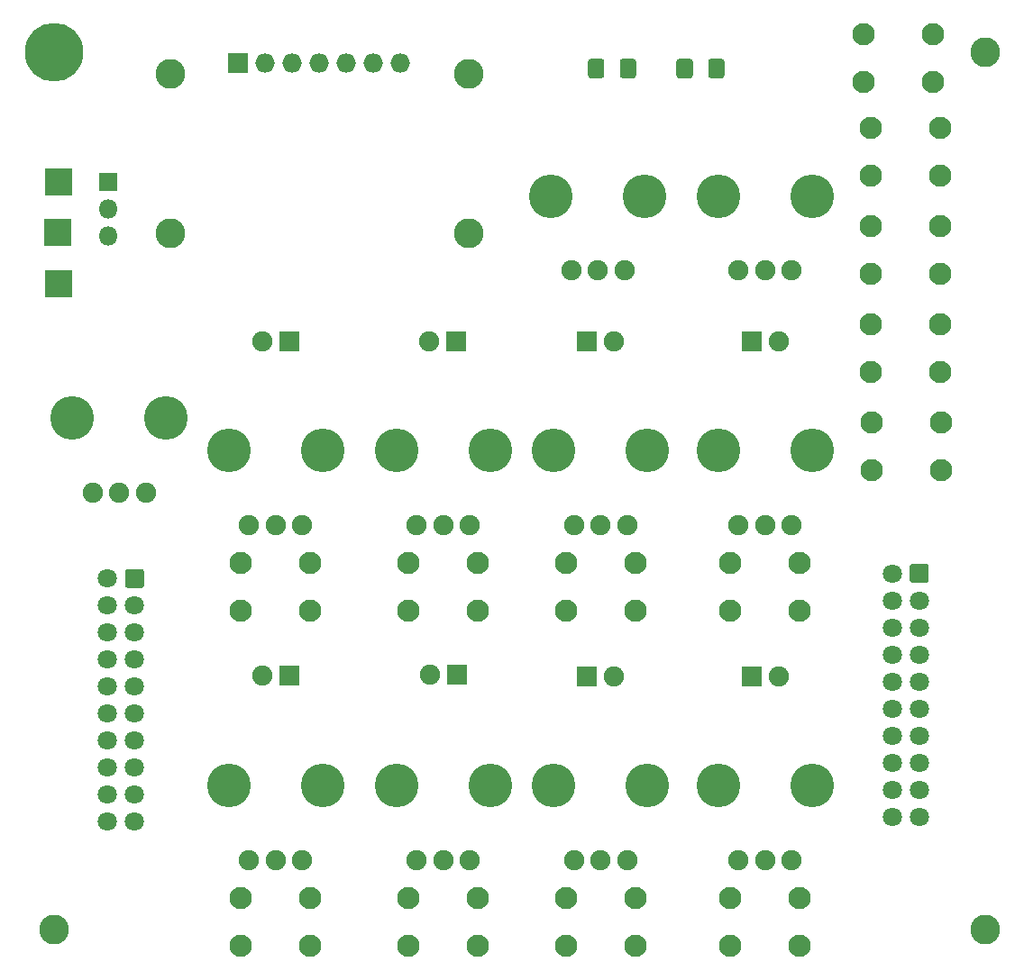
<source format=gbr>
%TF.GenerationSoftware,KiCad,Pcbnew,(5.1.6-0-10_14)*%
%TF.CreationDate,2020-08-30T22:56:52+02:00*%
%TF.ProjectId,sequencer-pcb,73657175-656e-4636-9572-2d7063622e6b,rev?*%
%TF.SameCoordinates,Original*%
%TF.FileFunction,Soldermask,Top*%
%TF.FilePolarity,Negative*%
%FSLAX46Y46*%
G04 Gerber Fmt 4.6, Leading zero omitted, Abs format (unit mm)*
G04 Created by KiCad (PCBNEW (5.1.6-0-10_14)) date 2020-08-30 22:56:52*
%MOMM*%
%LPD*%
G01*
G04 APERTURE LIST*
%ADD10C,1.900000*%
%ADD11C,4.100000*%
%ADD12R,2.600000X2.600000*%
%ADD13O,1.800000X1.800000*%
%ADD14R,1.800000X1.800000*%
%ADD15C,1.800000*%
%ADD16O,1.827200X1.827200*%
%ADD17R,1.827200X1.827200*%
%ADD18C,2.800000*%
%ADD19C,2.100000*%
%ADD20C,5.500000*%
%ADD21R,1.900000X1.900000*%
G04 APERTURE END LIST*
%TO.C,R9*%
G36*
G01*
X152225000Y-54392544D02*
X152225000Y-55707456D01*
G75*
G02*
X151957456Y-55975000I-267544J0D01*
G01*
X150967544Y-55975000D01*
G75*
G02*
X150700000Y-55707456I0J267544D01*
G01*
X150700000Y-54392544D01*
G75*
G02*
X150967544Y-54125000I267544J0D01*
G01*
X151957456Y-54125000D01*
G75*
G02*
X152225000Y-54392544I0J-267544D01*
G01*
G37*
G36*
G01*
X155200000Y-54392544D02*
X155200000Y-55707456D01*
G75*
G02*
X154932456Y-55975000I-267544J0D01*
G01*
X153942544Y-55975000D01*
G75*
G02*
X153675000Y-55707456I0J267544D01*
G01*
X153675000Y-54392544D01*
G75*
G02*
X153942544Y-54125000I267544J0D01*
G01*
X154932456Y-54125000D01*
G75*
G02*
X155200000Y-54392544I0J-267544D01*
G01*
G37*
%TD*%
D10*
%TO.C,SP3*%
X104150000Y-94900000D03*
X106650000Y-94900000D03*
X109150000Y-94900000D03*
D11*
X102250000Y-87900000D03*
X111050000Y-87900000D03*
%TD*%
D10*
%TO.C,SP2*%
X164823000Y-74026000D03*
X167323000Y-74026000D03*
X169823000Y-74026000D03*
D11*
X162923000Y-67026000D03*
X171723000Y-67026000D03*
%TD*%
D10*
%TO.C,SP1*%
X149110000Y-74026000D03*
X151610000Y-74026000D03*
X154110000Y-74026000D03*
D11*
X147210000Y-67026000D03*
X156010000Y-67026000D03*
%TD*%
D10*
%TO.C,RV8*%
X164823000Y-129426000D03*
X167323000Y-129426000D03*
X169823000Y-129426000D03*
D11*
X162923000Y-122426000D03*
X171723000Y-122426000D03*
%TD*%
D10*
%TO.C,RV7*%
X149364000Y-129426000D03*
X151864000Y-129426000D03*
X154364000Y-129426000D03*
D11*
X147464000Y-122426000D03*
X156264000Y-122426000D03*
%TD*%
D10*
%TO.C,RV6*%
X134597000Y-129426000D03*
X137097000Y-129426000D03*
X139597000Y-129426000D03*
D11*
X132697000Y-122426000D03*
X141497000Y-122426000D03*
%TD*%
D10*
%TO.C,RV5*%
X118838000Y-129426000D03*
X121338000Y-129426000D03*
X123838000Y-129426000D03*
D11*
X116938000Y-122426000D03*
X125738000Y-122426000D03*
%TD*%
D10*
%TO.C,RV4*%
X164823000Y-97930000D03*
X167323000Y-97930000D03*
X169823000Y-97930000D03*
D11*
X162923000Y-90930000D03*
X171723000Y-90930000D03*
%TD*%
D10*
%TO.C,RV3*%
X149364000Y-97930000D03*
X151864000Y-97930000D03*
X154364000Y-97930000D03*
D11*
X147464000Y-90930000D03*
X156264000Y-90930000D03*
%TD*%
D10*
%TO.C,RV2*%
X134597000Y-97930000D03*
X137097000Y-97930000D03*
X139597000Y-97930000D03*
D11*
X132697000Y-90930000D03*
X141497000Y-90930000D03*
%TD*%
D10*
%TO.C,RV1*%
X118838000Y-97930000D03*
X121338000Y-97930000D03*
X123838000Y-97930000D03*
D11*
X116938000Y-90930000D03*
X125738000Y-90930000D03*
%TD*%
%TO.C,D9*%
G36*
G01*
X160525000Y-54392544D02*
X160525000Y-55707456D01*
G75*
G02*
X160257456Y-55975000I-267544J0D01*
G01*
X159267544Y-55975000D01*
G75*
G02*
X159000000Y-55707456I0J267544D01*
G01*
X159000000Y-54392544D01*
G75*
G02*
X159267544Y-54125000I267544J0D01*
G01*
X160257456Y-54125000D01*
G75*
G02*
X160525000Y-54392544I0J-267544D01*
G01*
G37*
G36*
G01*
X163500000Y-54392544D02*
X163500000Y-55707456D01*
G75*
G02*
X163232456Y-55975000I-267544J0D01*
G01*
X162242544Y-55975000D01*
G75*
G02*
X161975000Y-55707456I0J267544D01*
G01*
X161975000Y-54392544D01*
G75*
G02*
X162242544Y-54125000I267544J0D01*
G01*
X163232456Y-54125000D01*
G75*
G02*
X163500000Y-54392544I0J-267544D01*
G01*
G37*
%TD*%
D12*
%TO.C,+5V*%
X100950000Y-75250000D03*
%TD*%
%TO.C,GND*%
X100900000Y-70475000D03*
%TD*%
%TO.C,+3V3*%
X100950000Y-65700000D03*
%TD*%
D13*
%TO.C,PWR*%
X105600000Y-70830000D03*
X105600000Y-68290000D03*
D14*
X105600000Y-65750000D03*
%TD*%
D15*
%TO.C,J2*%
X105560000Y-125860000D03*
X105560000Y-123320000D03*
X105560000Y-120780000D03*
X105560000Y-118240000D03*
X105560000Y-115700000D03*
X105560000Y-113160000D03*
X105560000Y-110620000D03*
X105560000Y-108080000D03*
X105560000Y-105540000D03*
X105560000Y-103000000D03*
X108100000Y-125860000D03*
X108100000Y-123320000D03*
X108100000Y-120780000D03*
X108100000Y-118240000D03*
X108100000Y-115700000D03*
X108100000Y-113160000D03*
X108100000Y-110620000D03*
X108100000Y-108080000D03*
X108100000Y-105540000D03*
G36*
G01*
X109000000Y-102364706D02*
X109000000Y-103635294D01*
G75*
G02*
X108735294Y-103900000I-264706J0D01*
G01*
X107464706Y-103900000D01*
G75*
G02*
X107200000Y-103635294I0J264706D01*
G01*
X107200000Y-102364706D01*
G75*
G02*
X107464706Y-102100000I264706J0D01*
G01*
X108735294Y-102100000D01*
G75*
G02*
X109000000Y-102364706I0J-264706D01*
G01*
G37*
%TD*%
%TO.C,J1*%
G36*
G01*
X182696000Y-101866706D02*
X182696000Y-103137294D01*
G75*
G02*
X182431294Y-103402000I-264706J0D01*
G01*
X181160706Y-103402000D01*
G75*
G02*
X180896000Y-103137294I0J264706D01*
G01*
X180896000Y-101866706D01*
G75*
G02*
X181160706Y-101602000I264706J0D01*
G01*
X182431294Y-101602000D01*
G75*
G02*
X182696000Y-101866706I0J-264706D01*
G01*
G37*
X181796000Y-105042000D03*
X181796000Y-107582000D03*
X181796000Y-110122000D03*
X181796000Y-112662000D03*
X181796000Y-115202000D03*
X181796000Y-117742000D03*
X181796000Y-120282000D03*
X181796000Y-122822000D03*
X181796000Y-125362000D03*
X179256000Y-102502000D03*
X179256000Y-105042000D03*
X179256000Y-107582000D03*
X179256000Y-110122000D03*
X179256000Y-112662000D03*
X179256000Y-115202000D03*
X179256000Y-117742000D03*
X179256000Y-120282000D03*
X179256000Y-122822000D03*
X179256000Y-125362000D03*
%TD*%
D16*
%TO.C,OLED Display*%
X122930000Y-54550000D03*
X120390000Y-54550000D03*
X125470000Y-54550000D03*
D17*
X117850000Y-54550000D03*
D16*
X130550000Y-54550000D03*
X128010000Y-54550000D03*
X133090000Y-54550000D03*
D18*
X111450000Y-55550000D03*
X111450000Y-70550000D03*
X139450000Y-55550000D03*
X139450000Y-70550000D03*
%TD*%
D19*
%TO.C,SSW5*%
X183073000Y-51800000D03*
X183073000Y-56300000D03*
X176573000Y-51800000D03*
X176573000Y-56300000D03*
%TD*%
%TO.C,SSW1*%
X183828000Y-88278000D03*
X183828000Y-92778000D03*
X177328000Y-88278000D03*
X177328000Y-92778000D03*
%TD*%
%TO.C,SSW3*%
X183724000Y-69820666D03*
X183724000Y-74320666D03*
X177224000Y-69820666D03*
X177224000Y-74320666D03*
%TD*%
%TO.C,SSW2*%
X183724000Y-79049332D03*
X183724000Y-83549332D03*
X177224000Y-79049332D03*
X177224000Y-83549332D03*
%TD*%
%TO.C,SSW4*%
X183724000Y-60592000D03*
X183724000Y-65092000D03*
X177224000Y-60592000D03*
X177224000Y-65092000D03*
%TD*%
%TO.C,SW8*%
X164073000Y-137482000D03*
X164073000Y-132982000D03*
X170573000Y-137482000D03*
X170573000Y-132982000D03*
%TD*%
%TO.C,SW7*%
X155114000Y-132982000D03*
X155114000Y-137482000D03*
X148614000Y-132982000D03*
X148614000Y-137482000D03*
%TD*%
%TO.C,SW6*%
X140347000Y-132982000D03*
X140347000Y-137482000D03*
X133847000Y-132982000D03*
X133847000Y-137482000D03*
%TD*%
%TO.C,SW5*%
X124588000Y-132982000D03*
X124588000Y-137482000D03*
X118088000Y-132982000D03*
X118088000Y-137482000D03*
%TD*%
%TO.C,SW4*%
X164073000Y-105986000D03*
X164073000Y-101486000D03*
X170573000Y-105986000D03*
X170573000Y-101486000D03*
%TD*%
%TO.C,SW3*%
X155114000Y-101486000D03*
X155114000Y-105986000D03*
X148614000Y-101486000D03*
X148614000Y-105986000D03*
%TD*%
%TO.C,SW2*%
X140347000Y-101486000D03*
X140347000Y-105986000D03*
X133847000Y-101486000D03*
X133847000Y-105986000D03*
%TD*%
%TO.C,SW1*%
X124588000Y-101486000D03*
X124588000Y-105986000D03*
X118088000Y-101486000D03*
X118088000Y-105986000D03*
%TD*%
D20*
%TO.C,GND*%
X100500000Y-53500000D03*
%TD*%
D18*
%TO.C,H3*%
X188000000Y-53500000D03*
%TD*%
%TO.C,H2*%
X188000000Y-136000000D03*
%TD*%
%TO.C,H1*%
X100500000Y-136000000D03*
%TD*%
D10*
%TO.C,D8*%
X168588000Y-112154000D03*
D21*
X166048000Y-112154000D03*
%TD*%
%TO.C,D7*%
X150589000Y-112154000D03*
D10*
X153129000Y-112154000D03*
%TD*%
D21*
%TO.C,D6*%
X138372000Y-112000000D03*
D10*
X135832000Y-112000000D03*
%TD*%
D21*
%TO.C,D5*%
X122613000Y-112100000D03*
D10*
X120073000Y-112100000D03*
%TD*%
%TO.C,D4*%
X168588000Y-80658000D03*
D21*
X166048000Y-80658000D03*
%TD*%
%TO.C,D3*%
X150589000Y-80658000D03*
D10*
X153129000Y-80658000D03*
%TD*%
D21*
%TO.C,D2*%
X138300000Y-80700000D03*
D10*
X135760000Y-80700000D03*
%TD*%
D21*
%TO.C,D1*%
X122613000Y-80658000D03*
D10*
X120073000Y-80658000D03*
%TD*%
M02*

</source>
